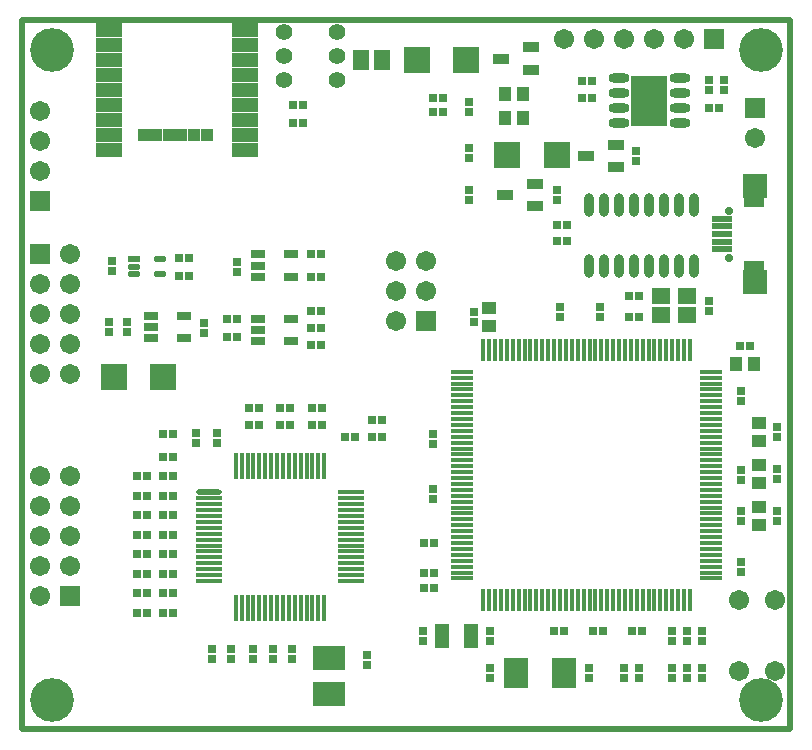
<source format=gts>
G04*
G04 #@! TF.GenerationSoftware,Altium Limited,Altium Designer,18.1.9 (240)*
G04*
G04 Layer_Color=8388736*
%FSLAX24Y24*%
%MOIN*%
G70*
G01*
G75*
%ADD17C,0.0200*%
%ADD22C,0.0050*%
%ADD53O,0.0710X0.0316*%
%ADD54R,0.1222X0.1655*%
%ADD55R,0.0446X0.0466*%
%ADD56R,0.0466X0.0446*%
%ADD57R,0.0296X0.0276*%
%ADD58O,0.0867X0.0167*%
%ADD59R,0.0867X0.0167*%
%ADD60R,0.0167X0.0867*%
%ADD61R,0.0276X0.0296*%
%ADD62R,0.1104X0.0789*%
%ADD63R,0.0867X0.0867*%
%ADD64R,0.0513X0.0316*%
%ADD65R,0.0572X0.0356*%
%ADD66O,0.0316X0.0789*%
%ADD67R,0.0631X0.0533*%
%ADD68C,0.0671*%
%ADD69O,0.0150X0.0749*%
%ADD70O,0.0749X0.0150*%
%ADD71R,0.0537X0.0659*%
%ADD72R,0.0690X0.0237*%
%ADD73R,0.0828X0.0789*%
%ADD74R,0.0415X0.0218*%
%ADD75O,0.0415X0.0218*%
%ADD76R,0.0395X0.0395*%
%ADD77R,0.0867X0.0474*%
%ADD78R,0.0474X0.0789*%
%ADD79R,0.0828X0.1025*%
%ADD80R,0.0671X0.0671*%
%ADD81R,0.0671X0.0671*%
%ADD82C,0.0552*%
%ADD83C,0.0277*%
%ADD84R,0.0671X0.0395*%
%ADD85C,0.1458*%
D17*
X0Y23622D02*
X25591D01*
Y0D02*
Y23622D01*
X0Y0D02*
X25591D01*
X0D02*
Y23622D01*
D22*
X24171Y15478D02*
X24611D01*
X24171Y15298D02*
X24611D01*
X24171D02*
Y15478D01*
X24611Y15298D02*
Y15478D01*
X24171Y17702D02*
X24611D01*
X24171Y17522D02*
X24611D01*
X24171D02*
Y17702D01*
X24611Y17522D02*
Y17702D01*
D53*
X19876Y21700D02*
D03*
Y21200D02*
D03*
Y20700D02*
D03*
Y20200D02*
D03*
X21924Y21700D02*
D03*
Y21200D02*
D03*
Y20700D02*
D03*
Y20200D02*
D03*
D54*
X20900Y20950D02*
D03*
D55*
X23789Y12174D02*
D03*
X24396D02*
D03*
X16703Y20374D02*
D03*
X16097D02*
D03*
X16703Y21174D02*
D03*
X16097D02*
D03*
D56*
X15561Y13425D02*
D03*
Y14031D02*
D03*
X24550Y10203D02*
D03*
Y9597D02*
D03*
Y7403D02*
D03*
Y6797D02*
D03*
Y8803D02*
D03*
Y8197D02*
D03*
D57*
X15050Y13565D02*
D03*
Y13900D02*
D03*
X23950Y5567D02*
D03*
Y5233D02*
D03*
X22883Y21635D02*
D03*
Y21300D02*
D03*
X23400Y21635D02*
D03*
Y21300D02*
D03*
X17815Y17967D02*
D03*
Y17633D02*
D03*
X17921Y13740D02*
D03*
Y14075D02*
D03*
X19250Y13740D02*
D03*
Y14075D02*
D03*
X23950Y8300D02*
D03*
Y8635D02*
D03*
X25150Y10085D02*
D03*
Y9750D02*
D03*
X21650Y2054D02*
D03*
Y1720D02*
D03*
X22650D02*
D03*
Y2054D02*
D03*
Y3278D02*
D03*
Y2944D02*
D03*
X22150D02*
D03*
Y3278D02*
D03*
X21650Y2944D02*
D03*
Y3278D02*
D03*
X15600Y3285D02*
D03*
Y2950D02*
D03*
X7150Y15253D02*
D03*
Y15587D02*
D03*
X5800Y9885D02*
D03*
Y9550D02*
D03*
X6950Y2347D02*
D03*
Y2682D02*
D03*
X6306Y2337D02*
D03*
Y2672D02*
D03*
X9000Y2350D02*
D03*
Y2685D02*
D03*
X11486Y2133D02*
D03*
Y2467D02*
D03*
X8350Y2685D02*
D03*
Y2350D02*
D03*
X7700D02*
D03*
Y2685D02*
D03*
X22900Y14285D02*
D03*
Y13950D02*
D03*
X2979Y15285D02*
D03*
Y15620D02*
D03*
X6051Y13215D02*
D03*
Y13550D02*
D03*
X3501Y13233D02*
D03*
Y13567D02*
D03*
X2886D02*
D03*
Y13233D02*
D03*
X13350Y3285D02*
D03*
Y2950D02*
D03*
X15600Y2054D02*
D03*
Y1720D02*
D03*
X18900Y2054D02*
D03*
Y1720D02*
D03*
X20058Y2054D02*
D03*
Y1720D02*
D03*
X22150Y2054D02*
D03*
Y1720D02*
D03*
X13700Y7668D02*
D03*
Y8003D02*
D03*
Y9501D02*
D03*
Y9836D02*
D03*
X23950Y10929D02*
D03*
Y11264D02*
D03*
X6500Y9885D02*
D03*
Y9550D02*
D03*
X14900Y19367D02*
D03*
Y19033D02*
D03*
X20440Y19256D02*
D03*
Y18921D02*
D03*
X14900Y17638D02*
D03*
Y17973D02*
D03*
Y20891D02*
D03*
Y20557D02*
D03*
X25150Y8667D02*
D03*
Y8333D02*
D03*
Y7267D02*
D03*
Y6933D02*
D03*
X20558Y2054D02*
D03*
Y1720D02*
D03*
X23950Y6933D02*
D03*
Y7267D02*
D03*
D58*
X6226Y7892D02*
D03*
D59*
Y7695D02*
D03*
Y7498D02*
D03*
Y7302D02*
D03*
Y7105D02*
D03*
Y6908D02*
D03*
Y6711D02*
D03*
Y6514D02*
D03*
Y6317D02*
D03*
Y6120D02*
D03*
Y5924D02*
D03*
Y5727D02*
D03*
Y5530D02*
D03*
Y5333D02*
D03*
Y5136D02*
D03*
Y4939D02*
D03*
X10950D02*
D03*
Y5136D02*
D03*
Y5333D02*
D03*
Y5530D02*
D03*
Y5727D02*
D03*
Y5924D02*
D03*
Y6120D02*
D03*
Y6317D02*
D03*
Y6514D02*
D03*
Y6711D02*
D03*
Y6908D02*
D03*
Y7105D02*
D03*
Y7302D02*
D03*
Y7498D02*
D03*
Y7695D02*
D03*
Y7892D02*
D03*
D60*
X7111Y4054D02*
D03*
X7308D02*
D03*
X7505D02*
D03*
X7702D02*
D03*
X7899D02*
D03*
X8096D02*
D03*
X8293D02*
D03*
X8489D02*
D03*
X8686D02*
D03*
X8883D02*
D03*
X9080D02*
D03*
X9277D02*
D03*
X9474D02*
D03*
X9670D02*
D03*
X9867D02*
D03*
X10064D02*
D03*
Y8778D02*
D03*
X9867D02*
D03*
X9670D02*
D03*
X9474D02*
D03*
X9277D02*
D03*
X9080D02*
D03*
X8883D02*
D03*
X8686D02*
D03*
X8489D02*
D03*
X8293D02*
D03*
X8096D02*
D03*
X7899D02*
D03*
X7702D02*
D03*
X7505D02*
D03*
X7308D02*
D03*
X7111D02*
D03*
D61*
X5017Y9850D02*
D03*
X4683D02*
D03*
Y9085D02*
D03*
X5017D02*
D03*
X5017Y8435D02*
D03*
X4683D02*
D03*
X5017Y7785D02*
D03*
X4683D02*
D03*
X5017Y7135D02*
D03*
X4683D02*
D03*
X5017Y6485D02*
D03*
X4683D02*
D03*
X5017Y5835D02*
D03*
X4683D02*
D03*
X5017Y5185D02*
D03*
X4683D02*
D03*
X5017Y4535D02*
D03*
X4683D02*
D03*
X5017Y3885D02*
D03*
X4683D02*
D03*
X4141Y3885D02*
D03*
X3806D02*
D03*
X4141Y4535D02*
D03*
X3806D02*
D03*
X4141Y5185D02*
D03*
X3806D02*
D03*
X4141Y5835D02*
D03*
X3806D02*
D03*
X4141Y6485D02*
D03*
X3806D02*
D03*
X4141Y7135D02*
D03*
X3806D02*
D03*
X4141Y7785D02*
D03*
X3806D02*
D03*
X4141Y8435D02*
D03*
X3806D02*
D03*
X7150Y13055D02*
D03*
X6815D02*
D03*
Y13655D02*
D03*
X7150D02*
D03*
X9352Y20200D02*
D03*
X9017D02*
D03*
X9352Y20800D02*
D03*
X9017D02*
D03*
X22898Y20700D02*
D03*
X23233D02*
D03*
X13684Y21050D02*
D03*
X14019D02*
D03*
X13686Y20574D02*
D03*
X14021D02*
D03*
X17833Y16256D02*
D03*
X18167D02*
D03*
X17833Y16819D02*
D03*
X18167D02*
D03*
X20215Y14430D02*
D03*
X20550D02*
D03*
X20567Y13750D02*
D03*
X20233D02*
D03*
X23925Y12774D02*
D03*
X24260D02*
D03*
X20333Y3268D02*
D03*
X20667D02*
D03*
X19367D02*
D03*
X19033D02*
D03*
X17715D02*
D03*
X18050D02*
D03*
X13710Y5208D02*
D03*
X13375D02*
D03*
X13710Y4719D02*
D03*
X13375D02*
D03*
X13710Y6219D02*
D03*
X13375D02*
D03*
X11985Y9750D02*
D03*
X11650D02*
D03*
X11985Y10300D02*
D03*
X11650D02*
D03*
X7550Y10700D02*
D03*
X7885D02*
D03*
X8917D02*
D03*
X8583D02*
D03*
X9650Y10711D02*
D03*
X9985D02*
D03*
X9650Y10153D02*
D03*
X9985D02*
D03*
X9965Y12806D02*
D03*
X9631D02*
D03*
X9631Y13378D02*
D03*
X9965D02*
D03*
X9631Y13950D02*
D03*
X9965D02*
D03*
X9631Y15076D02*
D03*
X9965D02*
D03*
X9631Y15824D02*
D03*
X9965D02*
D03*
X5231Y15120D02*
D03*
X5565D02*
D03*
X5231Y15720D02*
D03*
X5565D02*
D03*
X8924Y10142D02*
D03*
X8589D02*
D03*
X7563D02*
D03*
X7898D02*
D03*
X18985Y21600D02*
D03*
X18650D02*
D03*
X10765Y9750D02*
D03*
X11100D02*
D03*
X18985Y21051D02*
D03*
X18650D02*
D03*
D62*
X10236Y2367D02*
D03*
Y1186D02*
D03*
D63*
X4700Y11750D02*
D03*
X3046D02*
D03*
X14800Y22300D02*
D03*
X13146D02*
D03*
X16160Y19150D02*
D03*
X17814D02*
D03*
D64*
X5402Y13774D02*
D03*
Y13026D02*
D03*
X4300D02*
D03*
Y13400D02*
D03*
Y13774D02*
D03*
X8952Y15824D02*
D03*
Y15076D02*
D03*
X7850D02*
D03*
Y15450D02*
D03*
Y15824D02*
D03*
X8951Y13674D02*
D03*
Y12926D02*
D03*
X7849D02*
D03*
Y13300D02*
D03*
Y13674D02*
D03*
D65*
X15958Y22350D02*
D03*
X16942Y22724D02*
D03*
Y21976D02*
D03*
X16092Y17806D02*
D03*
X17076Y18180D02*
D03*
Y17431D02*
D03*
X18798Y19106D02*
D03*
X19782Y19480D02*
D03*
Y18731D02*
D03*
D66*
X22400Y17479D02*
D03*
X21900D02*
D03*
X21400D02*
D03*
X20900D02*
D03*
X20400D02*
D03*
X19900D02*
D03*
X19400D02*
D03*
X18900D02*
D03*
X22400Y15432D02*
D03*
X21900D02*
D03*
X21400D02*
D03*
X20900D02*
D03*
X20400D02*
D03*
X19900D02*
D03*
X19400D02*
D03*
X18900D02*
D03*
D67*
X22166Y13800D02*
D03*
X21300Y14430D02*
D03*
Y13800D02*
D03*
X22166Y14430D02*
D03*
D68*
X25081Y4300D02*
D03*
X23900D02*
D03*
X25081Y1938D02*
D03*
X23900D02*
D03*
X600Y20600D02*
D03*
Y19600D02*
D03*
Y18600D02*
D03*
X22050Y23000D02*
D03*
X21050D02*
D03*
X20050D02*
D03*
X19050D02*
D03*
X18050D02*
D03*
X600Y8450D02*
D03*
X1600D02*
D03*
X600Y7450D02*
D03*
X1600D02*
D03*
X600Y6450D02*
D03*
X1600D02*
D03*
X600Y5450D02*
D03*
X1600D02*
D03*
X600Y4450D02*
D03*
X1600Y11850D02*
D03*
X600D02*
D03*
X1600Y12850D02*
D03*
X600D02*
D03*
X1600Y13850D02*
D03*
X600D02*
D03*
X1600Y14850D02*
D03*
X600D02*
D03*
X1600Y15850D02*
D03*
X24417Y19700D02*
D03*
X12450Y13600D02*
D03*
X13450Y14600D02*
D03*
X12450D02*
D03*
X13450Y15600D02*
D03*
X12450D02*
D03*
D69*
X15362Y4315D02*
D03*
X15559D02*
D03*
X15756D02*
D03*
X15953D02*
D03*
X16150D02*
D03*
X16346D02*
D03*
X16543D02*
D03*
X16740D02*
D03*
X16937D02*
D03*
X17134D02*
D03*
X17331D02*
D03*
X17528D02*
D03*
X17724D02*
D03*
X17921D02*
D03*
X18118D02*
D03*
X18315D02*
D03*
X18512D02*
D03*
X18709D02*
D03*
X18906D02*
D03*
X19102D02*
D03*
X19299D02*
D03*
X19496D02*
D03*
X19693D02*
D03*
X19890D02*
D03*
X20087D02*
D03*
X20283D02*
D03*
X20480D02*
D03*
X20677D02*
D03*
X20874D02*
D03*
X21071D02*
D03*
X21268D02*
D03*
X21465D02*
D03*
X21661D02*
D03*
X21858D02*
D03*
X22055D02*
D03*
X22252D02*
D03*
Y12622D02*
D03*
X22055D02*
D03*
X21858D02*
D03*
X21661D02*
D03*
X21465D02*
D03*
X21268D02*
D03*
X21071D02*
D03*
X20874D02*
D03*
X20677D02*
D03*
X20480D02*
D03*
X20283D02*
D03*
X20087D02*
D03*
X19890D02*
D03*
X19693D02*
D03*
X19496D02*
D03*
X19299D02*
D03*
X19102D02*
D03*
X18906D02*
D03*
X18709D02*
D03*
X18512D02*
D03*
X18315D02*
D03*
X18118D02*
D03*
X17921D02*
D03*
X17724D02*
D03*
X17528D02*
D03*
X17331D02*
D03*
X17134D02*
D03*
X16937D02*
D03*
X16740D02*
D03*
X16543D02*
D03*
X16346D02*
D03*
X16150D02*
D03*
X15953D02*
D03*
X15756D02*
D03*
X15559D02*
D03*
X15362D02*
D03*
D70*
X22961Y5024D02*
D03*
Y5220D02*
D03*
Y5417D02*
D03*
Y5614D02*
D03*
Y5811D02*
D03*
Y6008D02*
D03*
Y6205D02*
D03*
Y6402D02*
D03*
Y6598D02*
D03*
Y6795D02*
D03*
Y6992D02*
D03*
Y7189D02*
D03*
Y7386D02*
D03*
Y7583D02*
D03*
Y7780D02*
D03*
Y7976D02*
D03*
Y8173D02*
D03*
Y8370D02*
D03*
Y8567D02*
D03*
Y8764D02*
D03*
Y8961D02*
D03*
Y9157D02*
D03*
Y9354D02*
D03*
Y9551D02*
D03*
Y9748D02*
D03*
Y9945D02*
D03*
Y10142D02*
D03*
Y10339D02*
D03*
Y10535D02*
D03*
Y10732D02*
D03*
Y10929D02*
D03*
Y11126D02*
D03*
Y11323D02*
D03*
Y11520D02*
D03*
Y11717D02*
D03*
Y11913D02*
D03*
X14654D02*
D03*
Y11717D02*
D03*
Y11520D02*
D03*
Y11323D02*
D03*
Y11126D02*
D03*
Y10929D02*
D03*
Y10732D02*
D03*
Y10535D02*
D03*
Y10339D02*
D03*
Y10142D02*
D03*
Y9945D02*
D03*
Y9748D02*
D03*
Y9551D02*
D03*
Y9354D02*
D03*
Y9157D02*
D03*
Y8961D02*
D03*
Y8764D02*
D03*
Y8567D02*
D03*
Y8370D02*
D03*
Y8173D02*
D03*
Y7976D02*
D03*
Y7780D02*
D03*
Y7583D02*
D03*
Y7386D02*
D03*
Y7189D02*
D03*
Y6992D02*
D03*
Y6795D02*
D03*
Y6598D02*
D03*
Y6402D02*
D03*
Y6205D02*
D03*
Y6008D02*
D03*
Y5811D02*
D03*
Y5614D02*
D03*
Y5417D02*
D03*
Y5220D02*
D03*
Y5024D02*
D03*
D71*
X12000Y22300D02*
D03*
X11300D02*
D03*
D72*
X23334Y16756D02*
D03*
Y17012D02*
D03*
Y15988D02*
D03*
Y16500D02*
D03*
Y16244D02*
D03*
D73*
X24417Y14906D02*
D03*
Y18094D02*
D03*
D74*
X3715Y15676D02*
D03*
D75*
Y15420D02*
D03*
Y15164D02*
D03*
X4581Y15676D02*
D03*
Y15164D02*
D03*
D76*
X6140Y19800D02*
D03*
X5720D02*
D03*
X5300D02*
D03*
X4880D02*
D03*
X4460D02*
D03*
X4040D02*
D03*
D77*
X7428Y23300D02*
D03*
Y22800D02*
D03*
Y22300D02*
D03*
Y21800D02*
D03*
Y21300D02*
D03*
Y20800D02*
D03*
Y20300D02*
D03*
Y19800D02*
D03*
Y19300D02*
D03*
X2900Y19800D02*
D03*
Y20300D02*
D03*
Y20800D02*
D03*
Y21300D02*
D03*
Y21800D02*
D03*
Y22300D02*
D03*
Y22800D02*
D03*
Y23300D02*
D03*
Y19300D02*
D03*
D78*
X13973Y3117D02*
D03*
X14957D02*
D03*
D79*
X18057Y1868D02*
D03*
X16443D02*
D03*
D80*
X600Y17600D02*
D03*
X1600Y4450D02*
D03*
X600Y15850D02*
D03*
X24417Y20700D02*
D03*
X13450Y13600D02*
D03*
D81*
X23050Y23000D02*
D03*
D82*
X8728Y21650D02*
D03*
Y22437D02*
D03*
Y23225D02*
D03*
X10500D02*
D03*
Y22437D02*
D03*
Y21650D02*
D03*
D83*
X23550Y17287D02*
D03*
Y15713D02*
D03*
D84*
X24397Y15388D02*
D03*
Y17612D02*
D03*
D85*
X24606Y22638D02*
D03*
X984D02*
D03*
X24606Y984D02*
D03*
X984D02*
D03*
M02*

</source>
